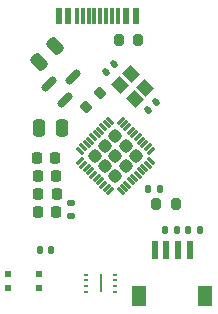
<source format=gbr>
%TF.GenerationSoftware,KiCad,Pcbnew,7.0.11-7.0.11~ubuntu22.04.1*%
%TF.CreationDate,2024-10-26T23:49:30+02:00*%
%TF.ProjectId,C6-40-Flash-test,43362d34-302d-4466-9c61-73682d746573,1.0*%
%TF.SameCoordinates,Original*%
%TF.FileFunction,Paste,Top*%
%TF.FilePolarity,Positive*%
%FSLAX46Y46*%
G04 Gerber Fmt 4.6, Leading zero omitted, Abs format (unit mm)*
G04 Created by KiCad (PCBNEW 7.0.11-7.0.11~ubuntu22.04.1) date 2024-10-26 23:49:30*
%MOMM*%
%LPD*%
G01*
G04 APERTURE LIST*
G04 Aperture macros list*
%AMRoundRect*
0 Rectangle with rounded corners*
0 $1 Rounding radius*
0 $2 $3 $4 $5 $6 $7 $8 $9 X,Y pos of 4 corners*
0 Add a 4 corners polygon primitive as box body*
4,1,4,$2,$3,$4,$5,$6,$7,$8,$9,$2,$3,0*
0 Add four circle primitives for the rounded corners*
1,1,$1+$1,$2,$3*
1,1,$1+$1,$4,$5*
1,1,$1+$1,$6,$7*
1,1,$1+$1,$8,$9*
0 Add four rect primitives between the rounded corners*
20,1,$1+$1,$2,$3,$4,$5,0*
20,1,$1+$1,$4,$5,$6,$7,0*
20,1,$1+$1,$6,$7,$8,$9,0*
20,1,$1+$1,$8,$9,$2,$3,0*%
%AMRotRect*
0 Rectangle, with rotation*
0 The origin of the aperture is its center*
0 $1 length*
0 $2 width*
0 $3 Rotation angle, in degrees counterclockwise*
0 Add horizontal line*
21,1,$1,$2,0,0,$3*%
G04 Aperture macros list end*
%ADD10RoundRect,0.135000X-0.135000X-0.185000X0.135000X-0.185000X0.135000X0.185000X-0.135000X0.185000X0*%
%ADD11RoundRect,0.135000X0.135000X0.185000X-0.135000X0.185000X-0.135000X-0.185000X0.135000X-0.185000X0*%
%ADD12R,0.600000X1.550000*%
%ADD13R,1.200000X1.800000*%
%ADD14RoundRect,0.218750X-0.218750X-0.256250X0.218750X-0.256250X0.218750X0.256250X-0.218750X0.256250X0*%
%ADD15RoundRect,0.225000X-0.225000X-0.250000X0.225000X-0.250000X0.225000X0.250000X-0.225000X0.250000X0*%
%ADD16RoundRect,0.200000X-0.200000X-0.275000X0.200000X-0.275000X0.200000X0.275000X-0.200000X0.275000X0*%
%ADD17RoundRect,0.250000X0.250000X0.475000X-0.250000X0.475000X-0.250000X-0.475000X0.250000X-0.475000X0*%
%ADD18RoundRect,0.135000X-0.185000X0.135000X-0.185000X-0.135000X0.185000X-0.135000X0.185000X0.135000X0*%
%ADD19RoundRect,0.140000X-0.140000X-0.170000X0.140000X-0.170000X0.140000X0.170000X-0.140000X0.170000X0*%
%ADD20RoundRect,0.200000X-0.053033X0.335876X-0.335876X0.053033X0.053033X-0.335876X0.335876X-0.053033X0*%
%ADD21RoundRect,0.062500X0.203293X-0.291682X0.291682X-0.203293X-0.203293X0.291682X-0.291682X0.203293X0*%
%ADD22RoundRect,0.062500X-0.203293X-0.291682X0.291682X0.203293X0.203293X0.291682X-0.291682X-0.203293X0*%
%ADD23RoundRect,0.242500X0.000000X-0.342947X0.342947X0.000000X0.000000X0.342947X-0.342947X0.000000X0*%
%ADD24R,0.300000X0.250000*%
%ADD25R,0.200000X1.600000*%
%ADD26RoundRect,0.250000X0.159099X-0.512652X0.512652X-0.159099X-0.159099X0.512652X-0.512652X0.159099X0*%
%ADD27R,0.550000X0.570000*%
%ADD28RotRect,0.990600X1.193800X45.000000*%
%ADD29R,0.600000X1.450000*%
%ADD30R,0.300000X1.450000*%
%ADD31RoundRect,0.150000X-0.309359X-0.521491X0.521491X0.309359X0.309359X0.521491X-0.521491X-0.309359X0*%
%ADD32RoundRect,0.140000X-0.021213X0.219203X-0.219203X0.021213X0.021213X-0.219203X0.219203X-0.021213X0*%
G04 APERTURE END LIST*
D10*
%TO.C,R7*%
X147940000Y-106150000D03*
X148960000Y-106150000D03*
%TD*%
D11*
%TO.C,R2*%
X150910000Y-106150000D03*
X149890000Y-106150000D03*
%TD*%
D12*
%TO.C,J4*%
X147035000Y-107833370D03*
X148035000Y-107833370D03*
X149035000Y-107833370D03*
X150035000Y-107833370D03*
D13*
X145735000Y-111708370D03*
X151335000Y-111708370D03*
%TD*%
D14*
%TO.C,L1*%
X137152500Y-103065000D03*
X138727500Y-103065000D03*
%TD*%
D15*
%TO.C,C7*%
X137165000Y-104605000D03*
X138715000Y-104605000D03*
%TD*%
D10*
%TO.C,R3*%
X146450000Y-102645000D03*
X147470000Y-102645000D03*
%TD*%
D16*
%TO.C,R1*%
X143995000Y-90085000D03*
X145645000Y-90085000D03*
%TD*%
D17*
%TO.C,C5*%
X139150000Y-97505000D03*
X137250000Y-97505000D03*
%TD*%
D18*
%TO.C,R6*%
X139970000Y-103885000D03*
X139970000Y-104905000D03*
%TD*%
D19*
%TO.C,C1*%
X137310000Y-107785000D03*
X138270000Y-107785000D03*
%TD*%
D20*
%TO.C,R4*%
X142396726Y-94508274D03*
X141230000Y-95675000D03*
%TD*%
D21*
%TO.C,U2*%
X140722163Y-99405691D03*
X141005006Y-99122849D03*
X141287848Y-98840006D03*
X141570691Y-98557163D03*
X141853534Y-98274321D03*
X142136377Y-97991478D03*
X142419219Y-97708635D03*
X142702062Y-97425792D03*
X142984905Y-97142950D03*
X143267747Y-96860107D03*
D22*
X144169309Y-96860107D03*
X144452151Y-97142950D03*
X144734994Y-97425792D03*
X145017837Y-97708635D03*
X145300679Y-97991478D03*
X145583522Y-98274321D03*
X145866365Y-98557163D03*
X146149208Y-98840006D03*
X146432050Y-99122849D03*
X146714893Y-99405691D03*
D21*
X146714893Y-100307253D03*
X146432050Y-100590095D03*
X146149208Y-100872938D03*
X145866365Y-101155781D03*
X145583522Y-101438623D03*
X145300679Y-101721466D03*
X145017837Y-102004309D03*
X144734994Y-102287152D03*
X144452151Y-102569994D03*
X144169309Y-102852837D03*
D22*
X143267747Y-102852837D03*
X142984905Y-102569994D03*
X142702062Y-102287152D03*
X142419219Y-102004309D03*
X142136377Y-101721466D03*
X141853534Y-101438623D03*
X141570691Y-101155781D03*
X141287848Y-100872938D03*
X141005006Y-100590095D03*
X140722163Y-100307253D03*
D23*
X145415584Y-99856472D03*
X144567056Y-99007944D03*
X143718528Y-98159416D03*
X144567056Y-100705000D03*
X143718528Y-99856472D03*
X142870000Y-99007944D03*
X143718528Y-101553528D03*
X142870000Y-100705000D03*
X142021472Y-99856472D03*
%TD*%
D14*
%TO.C,L2*%
X137062500Y-100000000D03*
X138637500Y-100000000D03*
%TD*%
D24*
%TO.C,IC1*%
X141250000Y-109900000D03*
X141250000Y-110400000D03*
X141250000Y-110900000D03*
X141250000Y-111400000D03*
X143650000Y-111400000D03*
X143650000Y-110900000D03*
X143650000Y-110400000D03*
X143650000Y-109900000D03*
D25*
X142450000Y-110650000D03*
%TD*%
D26*
%TO.C,C4*%
X137268249Y-91896751D03*
X138611751Y-90553249D03*
%TD*%
D27*
%TO.C,SW1*%
X134655000Y-109885000D03*
X134655000Y-111045000D03*
X137205000Y-109885000D03*
X137205000Y-111045000D03*
%TD*%
D15*
%TO.C,C6*%
X137165000Y-101535000D03*
X138715000Y-101535000D03*
%TD*%
D28*
%TO.C,X1*%
X144130763Y-93834237D03*
X145332846Y-95036320D03*
X146252083Y-94117083D03*
X145050000Y-92915000D03*
%TD*%
D29*
%TO.C,J1*%
X145440000Y-88030000D03*
X144640000Y-88030000D03*
D30*
X143940000Y-88030000D03*
X142940000Y-88030000D03*
X141440000Y-88030000D03*
X140440000Y-88030000D03*
D29*
X139740000Y-88030000D03*
X138940000Y-88030000D03*
X138940000Y-88030000D03*
X139740000Y-88030000D03*
D30*
X140940000Y-88030000D03*
X141940000Y-88030000D03*
X142440000Y-88030000D03*
X143440000Y-88030000D03*
D29*
X144640000Y-88030000D03*
X145440000Y-88030000D03*
%TD*%
D16*
%TO.C,R5*%
X147165000Y-103935000D03*
X148815000Y-103935000D03*
%TD*%
D31*
%TO.C,U3*%
X138086497Y-93801497D03*
X139430000Y-95145000D03*
X140084074Y-93147423D03*
%TD*%
D32*
%TO.C,C2*%
X143579411Y-92045589D03*
X142900589Y-92724411D03*
%TD*%
%TO.C,C3*%
X147169411Y-95285589D03*
X146490589Y-95964411D03*
%TD*%
M02*

</source>
